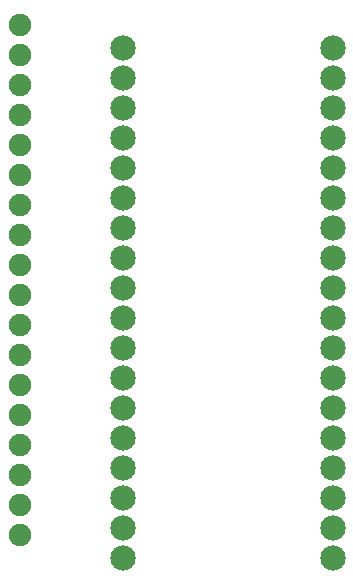
<source format=gbr>
G04 #@! TF.FileFunction,Soldermask,Top*
%FSLAX46Y46*%
G04 Gerber Fmt 4.6, Leading zero omitted, Abs format (unit mm)*
G04 Created by KiCad (PCBNEW 4.0.6-e0-6349~53~ubuntu14.04.1) date Thu Apr  6 14:21:28 2017*
%MOMM*%
%LPD*%
G01*
G04 APERTURE LIST*
%ADD10C,0.100000*%
%ADD11C,2.152600*%
%ADD12C,1.900000*%
G04 APERTURE END LIST*
D10*
D11*
X136710000Y-82880000D03*
X136710000Y-85420000D03*
X136710000Y-87960000D03*
X136710000Y-90500000D03*
X136710000Y-93040000D03*
X136710000Y-95580000D03*
X136710000Y-98120000D03*
X136710000Y-100660000D03*
X136710000Y-103200000D03*
X136710000Y-105740000D03*
X136710000Y-108280000D03*
X136710000Y-110820000D03*
X136710000Y-113360000D03*
X136710000Y-115900000D03*
X136710000Y-118440000D03*
X136710000Y-120980000D03*
X136710000Y-123520000D03*
X136710000Y-126060000D03*
X154490000Y-82880000D03*
X154490000Y-85420000D03*
X154490000Y-87960000D03*
X154490000Y-90500000D03*
X154490000Y-93040000D03*
X154490000Y-95580000D03*
X154490000Y-98120000D03*
X154490000Y-100660000D03*
X154490000Y-103200000D03*
X154490000Y-105740000D03*
X154490000Y-108280000D03*
X154490000Y-110820000D03*
X154490000Y-113360000D03*
X154490000Y-115900000D03*
X154490000Y-118440000D03*
X154490000Y-120980000D03*
X154490000Y-123520000D03*
X154490000Y-126060000D03*
D12*
X128000000Y-85990000D03*
X128000000Y-88530000D03*
X128000000Y-91070000D03*
X128000000Y-93610000D03*
X128000000Y-96150000D03*
X128000000Y-98690000D03*
X128000000Y-101230000D03*
X128000000Y-103770000D03*
X128000000Y-106310000D03*
X128000000Y-108850000D03*
X128000000Y-111390000D03*
X128000000Y-113930000D03*
X128000000Y-116470000D03*
X128000000Y-119010000D03*
X128000000Y-121550000D03*
X128000000Y-124090000D03*
X128000000Y-83450000D03*
X128000000Y-80910000D03*
M02*

</source>
